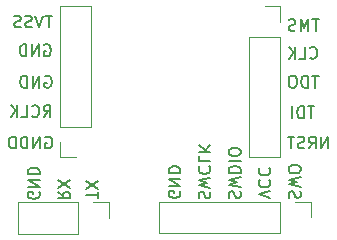
<source format=gbr>
%TF.GenerationSoftware,KiCad,Pcbnew,7.0.8-7.0.8~ubuntu22.04.1*%
%TF.CreationDate,2023-10-12T06:29:20+02:00*%
%TF.ProjectId,st_adap,73745f61-6461-4702-9e6b-696361645f70,rev?*%
%TF.SameCoordinates,Original*%
%TF.FileFunction,Legend,Bot*%
%TF.FilePolarity,Positive*%
%FSLAX46Y46*%
G04 Gerber Fmt 4.6, Leading zero omitted, Abs format (unit mm)*
G04 Created by KiCad (PCBNEW 7.0.8-7.0.8~ubuntu22.04.1) date 2023-10-12 06:29:20*
%MOMM*%
%LPD*%
G01*
G04 APERTURE LIST*
%ADD10C,0.153000*%
%ADD11C,0.120000*%
G04 APERTURE END LIST*
D10*
X213002956Y-112933866D02*
X212955336Y-112791009D01*
X212955336Y-112791009D02*
X212955336Y-112552914D01*
X212955336Y-112552914D02*
X213002956Y-112457676D01*
X213002956Y-112457676D02*
X213050575Y-112410057D01*
X213050575Y-112410057D02*
X213145813Y-112362438D01*
X213145813Y-112362438D02*
X213241051Y-112362438D01*
X213241051Y-112362438D02*
X213336289Y-112410057D01*
X213336289Y-112410057D02*
X213383908Y-112457676D01*
X213383908Y-112457676D02*
X213431527Y-112552914D01*
X213431527Y-112552914D02*
X213479146Y-112743390D01*
X213479146Y-112743390D02*
X213526765Y-112838628D01*
X213526765Y-112838628D02*
X213574384Y-112886247D01*
X213574384Y-112886247D02*
X213669622Y-112933866D01*
X213669622Y-112933866D02*
X213764860Y-112933866D01*
X213764860Y-112933866D02*
X213860098Y-112886247D01*
X213860098Y-112886247D02*
X213907717Y-112838628D01*
X213907717Y-112838628D02*
X213955336Y-112743390D01*
X213955336Y-112743390D02*
X213955336Y-112505295D01*
X213955336Y-112505295D02*
X213907717Y-112362438D01*
X213955336Y-112029104D02*
X212955336Y-111791009D01*
X212955336Y-111791009D02*
X213669622Y-111600533D01*
X213669622Y-111600533D02*
X212955336Y-111410057D01*
X212955336Y-111410057D02*
X213955336Y-111171962D01*
X212955336Y-110791009D02*
X213955336Y-110791009D01*
X213955336Y-110791009D02*
X213955336Y-110552914D01*
X213955336Y-110552914D02*
X213907717Y-110410057D01*
X213907717Y-110410057D02*
X213812479Y-110314819D01*
X213812479Y-110314819D02*
X213717241Y-110267200D01*
X213717241Y-110267200D02*
X213526765Y-110219581D01*
X213526765Y-110219581D02*
X213383908Y-110219581D01*
X213383908Y-110219581D02*
X213193432Y-110267200D01*
X213193432Y-110267200D02*
X213098194Y-110314819D01*
X213098194Y-110314819D02*
X213002956Y-110410057D01*
X213002956Y-110410057D02*
X212955336Y-110552914D01*
X212955336Y-110552914D02*
X212955336Y-110791009D01*
X212955336Y-109791009D02*
X213955336Y-109791009D01*
X213955336Y-109124343D02*
X213955336Y-108933867D01*
X213955336Y-108933867D02*
X213907717Y-108838629D01*
X213907717Y-108838629D02*
X213812479Y-108743391D01*
X213812479Y-108743391D02*
X213622003Y-108695772D01*
X213622003Y-108695772D02*
X213288670Y-108695772D01*
X213288670Y-108695772D02*
X213098194Y-108743391D01*
X213098194Y-108743391D02*
X213002956Y-108838629D01*
X213002956Y-108838629D02*
X212955336Y-108933867D01*
X212955336Y-108933867D02*
X212955336Y-109124343D01*
X212955336Y-109124343D02*
X213002956Y-109219581D01*
X213002956Y-109219581D02*
X213098194Y-109314819D01*
X213098194Y-109314819D02*
X213288670Y-109362438D01*
X213288670Y-109362438D02*
X213622003Y-109362438D01*
X213622003Y-109362438D02*
X213812479Y-109314819D01*
X213812479Y-109314819D02*
X213907717Y-109219581D01*
X213907717Y-109219581D02*
X213955336Y-109124343D01*
X197437438Y-107767282D02*
X197532676Y-107719663D01*
X197532676Y-107719663D02*
X197675533Y-107719663D01*
X197675533Y-107719663D02*
X197818390Y-107767282D01*
X197818390Y-107767282D02*
X197913628Y-107862520D01*
X197913628Y-107862520D02*
X197961247Y-107957758D01*
X197961247Y-107957758D02*
X198008866Y-108148234D01*
X198008866Y-108148234D02*
X198008866Y-108291091D01*
X198008866Y-108291091D02*
X197961247Y-108481567D01*
X197961247Y-108481567D02*
X197913628Y-108576805D01*
X197913628Y-108576805D02*
X197818390Y-108672044D01*
X197818390Y-108672044D02*
X197675533Y-108719663D01*
X197675533Y-108719663D02*
X197580295Y-108719663D01*
X197580295Y-108719663D02*
X197437438Y-108672044D01*
X197437438Y-108672044D02*
X197389819Y-108624424D01*
X197389819Y-108624424D02*
X197389819Y-108291091D01*
X197389819Y-108291091D02*
X197580295Y-108291091D01*
X196961247Y-108719663D02*
X196961247Y-107719663D01*
X196961247Y-107719663D02*
X196389819Y-108719663D01*
X196389819Y-108719663D02*
X196389819Y-107719663D01*
X195913628Y-108719663D02*
X195913628Y-107719663D01*
X195913628Y-107719663D02*
X195675533Y-107719663D01*
X195675533Y-107719663D02*
X195532676Y-107767282D01*
X195532676Y-107767282D02*
X195437438Y-107862520D01*
X195437438Y-107862520D02*
X195389819Y-107957758D01*
X195389819Y-107957758D02*
X195342200Y-108148234D01*
X195342200Y-108148234D02*
X195342200Y-108291091D01*
X195342200Y-108291091D02*
X195389819Y-108481567D01*
X195389819Y-108481567D02*
X195437438Y-108576805D01*
X195437438Y-108576805D02*
X195532676Y-108672044D01*
X195532676Y-108672044D02*
X195675533Y-108719663D01*
X195675533Y-108719663D02*
X195913628Y-108719663D01*
X194913628Y-108719663D02*
X194913628Y-107719663D01*
X194913628Y-107719663D02*
X194675533Y-107719663D01*
X194675533Y-107719663D02*
X194532676Y-107767282D01*
X194532676Y-107767282D02*
X194437438Y-107862520D01*
X194437438Y-107862520D02*
X194389819Y-107957758D01*
X194389819Y-107957758D02*
X194342200Y-108148234D01*
X194342200Y-108148234D02*
X194342200Y-108291091D01*
X194342200Y-108291091D02*
X194389819Y-108481567D01*
X194389819Y-108481567D02*
X194437438Y-108576805D01*
X194437438Y-108576805D02*
X194532676Y-108672044D01*
X194532676Y-108672044D02*
X194675533Y-108719663D01*
X194675533Y-108719663D02*
X194913628Y-108719663D01*
X220204104Y-105169663D02*
X219632676Y-105169663D01*
X219918390Y-106169663D02*
X219918390Y-105169663D01*
X219299342Y-106169663D02*
X219299342Y-105169663D01*
X219299342Y-105169663D02*
X219061247Y-105169663D01*
X219061247Y-105169663D02*
X218918390Y-105217282D01*
X218918390Y-105217282D02*
X218823152Y-105312520D01*
X218823152Y-105312520D02*
X218775533Y-105407758D01*
X218775533Y-105407758D02*
X218727914Y-105598234D01*
X218727914Y-105598234D02*
X218727914Y-105741091D01*
X218727914Y-105741091D02*
X218775533Y-105931567D01*
X218775533Y-105931567D02*
X218823152Y-106026805D01*
X218823152Y-106026805D02*
X218918390Y-106122044D01*
X218918390Y-106122044D02*
X219061247Y-106169663D01*
X219061247Y-106169663D02*
X219299342Y-106169663D01*
X218299342Y-106169663D02*
X218299342Y-105169663D01*
X198480336Y-112389819D02*
X198956527Y-112723152D01*
X198480336Y-112961247D02*
X199480336Y-112961247D01*
X199480336Y-112961247D02*
X199480336Y-112580295D01*
X199480336Y-112580295D02*
X199432717Y-112485057D01*
X199432717Y-112485057D02*
X199385098Y-112437438D01*
X199385098Y-112437438D02*
X199289860Y-112389819D01*
X199289860Y-112389819D02*
X199147003Y-112389819D01*
X199147003Y-112389819D02*
X199051765Y-112437438D01*
X199051765Y-112437438D02*
X199004146Y-112485057D01*
X199004146Y-112485057D02*
X198956527Y-112580295D01*
X198956527Y-112580295D02*
X198956527Y-112961247D01*
X199480336Y-112056485D02*
X198480336Y-111389819D01*
X199480336Y-111389819D02*
X198480336Y-112056485D01*
X216480336Y-112954104D02*
X215480336Y-112620771D01*
X215480336Y-112620771D02*
X216480336Y-112287438D01*
X215575575Y-111382676D02*
X215527956Y-111430295D01*
X215527956Y-111430295D02*
X215480336Y-111573152D01*
X215480336Y-111573152D02*
X215480336Y-111668390D01*
X215480336Y-111668390D02*
X215527956Y-111811247D01*
X215527956Y-111811247D02*
X215623194Y-111906485D01*
X215623194Y-111906485D02*
X215718432Y-111954104D01*
X215718432Y-111954104D02*
X215908908Y-112001723D01*
X215908908Y-112001723D02*
X216051765Y-112001723D01*
X216051765Y-112001723D02*
X216242241Y-111954104D01*
X216242241Y-111954104D02*
X216337479Y-111906485D01*
X216337479Y-111906485D02*
X216432717Y-111811247D01*
X216432717Y-111811247D02*
X216480336Y-111668390D01*
X216480336Y-111668390D02*
X216480336Y-111573152D01*
X216480336Y-111573152D02*
X216432717Y-111430295D01*
X216432717Y-111430295D02*
X216385098Y-111382676D01*
X215575575Y-110382676D02*
X215527956Y-110430295D01*
X215527956Y-110430295D02*
X215480336Y-110573152D01*
X215480336Y-110573152D02*
X215480336Y-110668390D01*
X215480336Y-110668390D02*
X215527956Y-110811247D01*
X215527956Y-110811247D02*
X215623194Y-110906485D01*
X215623194Y-110906485D02*
X215718432Y-110954104D01*
X215718432Y-110954104D02*
X215908908Y-111001723D01*
X215908908Y-111001723D02*
X216051765Y-111001723D01*
X216051765Y-111001723D02*
X216242241Y-110954104D01*
X216242241Y-110954104D02*
X216337479Y-110906485D01*
X216337479Y-110906485D02*
X216432717Y-110811247D01*
X216432717Y-110811247D02*
X216480336Y-110668390D01*
X216480336Y-110668390D02*
X216480336Y-110573152D01*
X216480336Y-110573152D02*
X216432717Y-110430295D01*
X216432717Y-110430295D02*
X216385098Y-110382676D01*
X220604104Y-97769663D02*
X220032676Y-97769663D01*
X220318390Y-98769663D02*
X220318390Y-97769663D01*
X219699342Y-98769663D02*
X219699342Y-97769663D01*
X219699342Y-97769663D02*
X219366009Y-98483948D01*
X219366009Y-98483948D02*
X219032676Y-97769663D01*
X219032676Y-97769663D02*
X219032676Y-98769663D01*
X218604104Y-98722044D02*
X218461247Y-98769663D01*
X218461247Y-98769663D02*
X218223152Y-98769663D01*
X218223152Y-98769663D02*
X218127914Y-98722044D01*
X218127914Y-98722044D02*
X218080295Y-98674424D01*
X218080295Y-98674424D02*
X218032676Y-98579186D01*
X218032676Y-98579186D02*
X218032676Y-98483948D01*
X218032676Y-98483948D02*
X218080295Y-98388710D01*
X218080295Y-98388710D02*
X218127914Y-98341091D01*
X218127914Y-98341091D02*
X218223152Y-98293472D01*
X218223152Y-98293472D02*
X218413628Y-98245853D01*
X218413628Y-98245853D02*
X218508866Y-98198234D01*
X218508866Y-98198234D02*
X218556485Y-98150615D01*
X218556485Y-98150615D02*
X218604104Y-98055377D01*
X218604104Y-98055377D02*
X218604104Y-97960139D01*
X218604104Y-97960139D02*
X218556485Y-97864901D01*
X218556485Y-97864901D02*
X218508866Y-97817282D01*
X218508866Y-97817282D02*
X218413628Y-97769663D01*
X218413628Y-97769663D02*
X218175533Y-97769663D01*
X218175533Y-97769663D02*
X218032676Y-97817282D01*
X198004104Y-97469663D02*
X197432676Y-97469663D01*
X197718390Y-98469663D02*
X197718390Y-97469663D01*
X197242199Y-97469663D02*
X196908866Y-98469663D01*
X196908866Y-98469663D02*
X196575533Y-97469663D01*
X196289818Y-98422044D02*
X196146961Y-98469663D01*
X196146961Y-98469663D02*
X195908866Y-98469663D01*
X195908866Y-98469663D02*
X195813628Y-98422044D01*
X195813628Y-98422044D02*
X195766009Y-98374424D01*
X195766009Y-98374424D02*
X195718390Y-98279186D01*
X195718390Y-98279186D02*
X195718390Y-98183948D01*
X195718390Y-98183948D02*
X195766009Y-98088710D01*
X195766009Y-98088710D02*
X195813628Y-98041091D01*
X195813628Y-98041091D02*
X195908866Y-97993472D01*
X195908866Y-97993472D02*
X196099342Y-97945853D01*
X196099342Y-97945853D02*
X196194580Y-97898234D01*
X196194580Y-97898234D02*
X196242199Y-97850615D01*
X196242199Y-97850615D02*
X196289818Y-97755377D01*
X196289818Y-97755377D02*
X196289818Y-97660139D01*
X196289818Y-97660139D02*
X196242199Y-97564901D01*
X196242199Y-97564901D02*
X196194580Y-97517282D01*
X196194580Y-97517282D02*
X196099342Y-97469663D01*
X196099342Y-97469663D02*
X195861247Y-97469663D01*
X195861247Y-97469663D02*
X195718390Y-97517282D01*
X195337437Y-98422044D02*
X195194580Y-98469663D01*
X195194580Y-98469663D02*
X194956485Y-98469663D01*
X194956485Y-98469663D02*
X194861247Y-98422044D01*
X194861247Y-98422044D02*
X194813628Y-98374424D01*
X194813628Y-98374424D02*
X194766009Y-98279186D01*
X194766009Y-98279186D02*
X194766009Y-98183948D01*
X194766009Y-98183948D02*
X194813628Y-98088710D01*
X194813628Y-98088710D02*
X194861247Y-98041091D01*
X194861247Y-98041091D02*
X194956485Y-97993472D01*
X194956485Y-97993472D02*
X195146961Y-97945853D01*
X195146961Y-97945853D02*
X195242199Y-97898234D01*
X195242199Y-97898234D02*
X195289818Y-97850615D01*
X195289818Y-97850615D02*
X195337437Y-97755377D01*
X195337437Y-97755377D02*
X195337437Y-97660139D01*
X195337437Y-97660139D02*
X195289818Y-97564901D01*
X195289818Y-97564901D02*
X195242199Y-97517282D01*
X195242199Y-97517282D02*
X195146961Y-97469663D01*
X195146961Y-97469663D02*
X194908866Y-97469663D01*
X194908866Y-97469663D02*
X194766009Y-97517282D01*
X197337438Y-99967282D02*
X197432676Y-99919663D01*
X197432676Y-99919663D02*
X197575533Y-99919663D01*
X197575533Y-99919663D02*
X197718390Y-99967282D01*
X197718390Y-99967282D02*
X197813628Y-100062520D01*
X197813628Y-100062520D02*
X197861247Y-100157758D01*
X197861247Y-100157758D02*
X197908866Y-100348234D01*
X197908866Y-100348234D02*
X197908866Y-100491091D01*
X197908866Y-100491091D02*
X197861247Y-100681567D01*
X197861247Y-100681567D02*
X197813628Y-100776805D01*
X197813628Y-100776805D02*
X197718390Y-100872044D01*
X197718390Y-100872044D02*
X197575533Y-100919663D01*
X197575533Y-100919663D02*
X197480295Y-100919663D01*
X197480295Y-100919663D02*
X197337438Y-100872044D01*
X197337438Y-100872044D02*
X197289819Y-100824424D01*
X197289819Y-100824424D02*
X197289819Y-100491091D01*
X197289819Y-100491091D02*
X197480295Y-100491091D01*
X196861247Y-100919663D02*
X196861247Y-99919663D01*
X196861247Y-99919663D02*
X196289819Y-100919663D01*
X196289819Y-100919663D02*
X196289819Y-99919663D01*
X195813628Y-100919663D02*
X195813628Y-99919663D01*
X195813628Y-99919663D02*
X195575533Y-99919663D01*
X195575533Y-99919663D02*
X195432676Y-99967282D01*
X195432676Y-99967282D02*
X195337438Y-100062520D01*
X195337438Y-100062520D02*
X195289819Y-100157758D01*
X195289819Y-100157758D02*
X195242200Y-100348234D01*
X195242200Y-100348234D02*
X195242200Y-100491091D01*
X195242200Y-100491091D02*
X195289819Y-100681567D01*
X195289819Y-100681567D02*
X195337438Y-100776805D01*
X195337438Y-100776805D02*
X195432676Y-100872044D01*
X195432676Y-100872044D02*
X195575533Y-100919663D01*
X195575533Y-100919663D02*
X195813628Y-100919663D01*
X208807717Y-112337438D02*
X208855336Y-112432676D01*
X208855336Y-112432676D02*
X208855336Y-112575533D01*
X208855336Y-112575533D02*
X208807717Y-112718390D01*
X208807717Y-112718390D02*
X208712479Y-112813628D01*
X208712479Y-112813628D02*
X208617241Y-112861247D01*
X208617241Y-112861247D02*
X208426765Y-112908866D01*
X208426765Y-112908866D02*
X208283908Y-112908866D01*
X208283908Y-112908866D02*
X208093432Y-112861247D01*
X208093432Y-112861247D02*
X207998194Y-112813628D01*
X207998194Y-112813628D02*
X207902956Y-112718390D01*
X207902956Y-112718390D02*
X207855336Y-112575533D01*
X207855336Y-112575533D02*
X207855336Y-112480295D01*
X207855336Y-112480295D02*
X207902956Y-112337438D01*
X207902956Y-112337438D02*
X207950575Y-112289819D01*
X207950575Y-112289819D02*
X208283908Y-112289819D01*
X208283908Y-112289819D02*
X208283908Y-112480295D01*
X207855336Y-111861247D02*
X208855336Y-111861247D01*
X208855336Y-111861247D02*
X207855336Y-111289819D01*
X207855336Y-111289819D02*
X208855336Y-111289819D01*
X207855336Y-110813628D02*
X208855336Y-110813628D01*
X208855336Y-110813628D02*
X208855336Y-110575533D01*
X208855336Y-110575533D02*
X208807717Y-110432676D01*
X208807717Y-110432676D02*
X208712479Y-110337438D01*
X208712479Y-110337438D02*
X208617241Y-110289819D01*
X208617241Y-110289819D02*
X208426765Y-110242200D01*
X208426765Y-110242200D02*
X208283908Y-110242200D01*
X208283908Y-110242200D02*
X208093432Y-110289819D01*
X208093432Y-110289819D02*
X207998194Y-110337438D01*
X207998194Y-110337438D02*
X207902956Y-110432676D01*
X207902956Y-110432676D02*
X207855336Y-110575533D01*
X207855336Y-110575533D02*
X207855336Y-110813628D01*
X197387438Y-102617282D02*
X197482676Y-102569663D01*
X197482676Y-102569663D02*
X197625533Y-102569663D01*
X197625533Y-102569663D02*
X197768390Y-102617282D01*
X197768390Y-102617282D02*
X197863628Y-102712520D01*
X197863628Y-102712520D02*
X197911247Y-102807758D01*
X197911247Y-102807758D02*
X197958866Y-102998234D01*
X197958866Y-102998234D02*
X197958866Y-103141091D01*
X197958866Y-103141091D02*
X197911247Y-103331567D01*
X197911247Y-103331567D02*
X197863628Y-103426805D01*
X197863628Y-103426805D02*
X197768390Y-103522044D01*
X197768390Y-103522044D02*
X197625533Y-103569663D01*
X197625533Y-103569663D02*
X197530295Y-103569663D01*
X197530295Y-103569663D02*
X197387438Y-103522044D01*
X197387438Y-103522044D02*
X197339819Y-103474424D01*
X197339819Y-103474424D02*
X197339819Y-103141091D01*
X197339819Y-103141091D02*
X197530295Y-103141091D01*
X196911247Y-103569663D02*
X196911247Y-102569663D01*
X196911247Y-102569663D02*
X196339819Y-103569663D01*
X196339819Y-103569663D02*
X196339819Y-102569663D01*
X195863628Y-103569663D02*
X195863628Y-102569663D01*
X195863628Y-102569663D02*
X195625533Y-102569663D01*
X195625533Y-102569663D02*
X195482676Y-102617282D01*
X195482676Y-102617282D02*
X195387438Y-102712520D01*
X195387438Y-102712520D02*
X195339819Y-102807758D01*
X195339819Y-102807758D02*
X195292200Y-102998234D01*
X195292200Y-102998234D02*
X195292200Y-103141091D01*
X195292200Y-103141091D02*
X195339819Y-103331567D01*
X195339819Y-103331567D02*
X195387438Y-103426805D01*
X195387438Y-103426805D02*
X195482676Y-103522044D01*
X195482676Y-103522044D02*
X195625533Y-103569663D01*
X195625533Y-103569663D02*
X195863628Y-103569663D01*
X218077956Y-112908866D02*
X218030336Y-112766009D01*
X218030336Y-112766009D02*
X218030336Y-112527914D01*
X218030336Y-112527914D02*
X218077956Y-112432676D01*
X218077956Y-112432676D02*
X218125575Y-112385057D01*
X218125575Y-112385057D02*
X218220813Y-112337438D01*
X218220813Y-112337438D02*
X218316051Y-112337438D01*
X218316051Y-112337438D02*
X218411289Y-112385057D01*
X218411289Y-112385057D02*
X218458908Y-112432676D01*
X218458908Y-112432676D02*
X218506527Y-112527914D01*
X218506527Y-112527914D02*
X218554146Y-112718390D01*
X218554146Y-112718390D02*
X218601765Y-112813628D01*
X218601765Y-112813628D02*
X218649384Y-112861247D01*
X218649384Y-112861247D02*
X218744622Y-112908866D01*
X218744622Y-112908866D02*
X218839860Y-112908866D01*
X218839860Y-112908866D02*
X218935098Y-112861247D01*
X218935098Y-112861247D02*
X218982717Y-112813628D01*
X218982717Y-112813628D02*
X219030336Y-112718390D01*
X219030336Y-112718390D02*
X219030336Y-112480295D01*
X219030336Y-112480295D02*
X218982717Y-112337438D01*
X219030336Y-112004104D02*
X218030336Y-111766009D01*
X218030336Y-111766009D02*
X218744622Y-111575533D01*
X218744622Y-111575533D02*
X218030336Y-111385057D01*
X218030336Y-111385057D02*
X219030336Y-111146962D01*
X219030336Y-110575533D02*
X219030336Y-110385057D01*
X219030336Y-110385057D02*
X218982717Y-110289819D01*
X218982717Y-110289819D02*
X218887479Y-110194581D01*
X218887479Y-110194581D02*
X218697003Y-110146962D01*
X218697003Y-110146962D02*
X218363670Y-110146962D01*
X218363670Y-110146962D02*
X218173194Y-110194581D01*
X218173194Y-110194581D02*
X218077956Y-110289819D01*
X218077956Y-110289819D02*
X218030336Y-110385057D01*
X218030336Y-110385057D02*
X218030336Y-110575533D01*
X218030336Y-110575533D02*
X218077956Y-110670771D01*
X218077956Y-110670771D02*
X218173194Y-110766009D01*
X218173194Y-110766009D02*
X218363670Y-110813628D01*
X218363670Y-110813628D02*
X218697003Y-110813628D01*
X218697003Y-110813628D02*
X218887479Y-110766009D01*
X218887479Y-110766009D02*
X218982717Y-110670771D01*
X218982717Y-110670771D02*
X219030336Y-110575533D01*
X201880336Y-112954104D02*
X201880336Y-112382676D01*
X200880336Y-112668390D02*
X201880336Y-112668390D01*
X201880336Y-112144580D02*
X200880336Y-111477914D01*
X201880336Y-111477914D02*
X200880336Y-112144580D01*
X221361247Y-108719663D02*
X221361247Y-107719663D01*
X221361247Y-107719663D02*
X220789819Y-108719663D01*
X220789819Y-108719663D02*
X220789819Y-107719663D01*
X219742200Y-108719663D02*
X220075533Y-108243472D01*
X220313628Y-108719663D02*
X220313628Y-107719663D01*
X220313628Y-107719663D02*
X219932676Y-107719663D01*
X219932676Y-107719663D02*
X219837438Y-107767282D01*
X219837438Y-107767282D02*
X219789819Y-107814901D01*
X219789819Y-107814901D02*
X219742200Y-107910139D01*
X219742200Y-107910139D02*
X219742200Y-108052996D01*
X219742200Y-108052996D02*
X219789819Y-108148234D01*
X219789819Y-108148234D02*
X219837438Y-108195853D01*
X219837438Y-108195853D02*
X219932676Y-108243472D01*
X219932676Y-108243472D02*
X220313628Y-108243472D01*
X219361247Y-108672044D02*
X219218390Y-108719663D01*
X219218390Y-108719663D02*
X218980295Y-108719663D01*
X218980295Y-108719663D02*
X218885057Y-108672044D01*
X218885057Y-108672044D02*
X218837438Y-108624424D01*
X218837438Y-108624424D02*
X218789819Y-108529186D01*
X218789819Y-108529186D02*
X218789819Y-108433948D01*
X218789819Y-108433948D02*
X218837438Y-108338710D01*
X218837438Y-108338710D02*
X218885057Y-108291091D01*
X218885057Y-108291091D02*
X218980295Y-108243472D01*
X218980295Y-108243472D02*
X219170771Y-108195853D01*
X219170771Y-108195853D02*
X219266009Y-108148234D01*
X219266009Y-108148234D02*
X219313628Y-108100615D01*
X219313628Y-108100615D02*
X219361247Y-108005377D01*
X219361247Y-108005377D02*
X219361247Y-107910139D01*
X219361247Y-107910139D02*
X219313628Y-107814901D01*
X219313628Y-107814901D02*
X219266009Y-107767282D01*
X219266009Y-107767282D02*
X219170771Y-107719663D01*
X219170771Y-107719663D02*
X218932676Y-107719663D01*
X218932676Y-107719663D02*
X218789819Y-107767282D01*
X218504104Y-107719663D02*
X217932676Y-107719663D01*
X218218390Y-108719663D02*
X218218390Y-107719663D01*
X219839819Y-101024424D02*
X219887438Y-101072044D01*
X219887438Y-101072044D02*
X220030295Y-101119663D01*
X220030295Y-101119663D02*
X220125533Y-101119663D01*
X220125533Y-101119663D02*
X220268390Y-101072044D01*
X220268390Y-101072044D02*
X220363628Y-100976805D01*
X220363628Y-100976805D02*
X220411247Y-100881567D01*
X220411247Y-100881567D02*
X220458866Y-100691091D01*
X220458866Y-100691091D02*
X220458866Y-100548234D01*
X220458866Y-100548234D02*
X220411247Y-100357758D01*
X220411247Y-100357758D02*
X220363628Y-100262520D01*
X220363628Y-100262520D02*
X220268390Y-100167282D01*
X220268390Y-100167282D02*
X220125533Y-100119663D01*
X220125533Y-100119663D02*
X220030295Y-100119663D01*
X220030295Y-100119663D02*
X219887438Y-100167282D01*
X219887438Y-100167282D02*
X219839819Y-100214901D01*
X218935057Y-101119663D02*
X219411247Y-101119663D01*
X219411247Y-101119663D02*
X219411247Y-100119663D01*
X218601723Y-101119663D02*
X218601723Y-100119663D01*
X218030295Y-101119663D02*
X218458866Y-100548234D01*
X218030295Y-100119663D02*
X218601723Y-100691091D01*
X196882717Y-112437438D02*
X196930336Y-112532676D01*
X196930336Y-112532676D02*
X196930336Y-112675533D01*
X196930336Y-112675533D02*
X196882717Y-112818390D01*
X196882717Y-112818390D02*
X196787479Y-112913628D01*
X196787479Y-112913628D02*
X196692241Y-112961247D01*
X196692241Y-112961247D02*
X196501765Y-113008866D01*
X196501765Y-113008866D02*
X196358908Y-113008866D01*
X196358908Y-113008866D02*
X196168432Y-112961247D01*
X196168432Y-112961247D02*
X196073194Y-112913628D01*
X196073194Y-112913628D02*
X195977956Y-112818390D01*
X195977956Y-112818390D02*
X195930336Y-112675533D01*
X195930336Y-112675533D02*
X195930336Y-112580295D01*
X195930336Y-112580295D02*
X195977956Y-112437438D01*
X195977956Y-112437438D02*
X196025575Y-112389819D01*
X196025575Y-112389819D02*
X196358908Y-112389819D01*
X196358908Y-112389819D02*
X196358908Y-112580295D01*
X195930336Y-111961247D02*
X196930336Y-111961247D01*
X196930336Y-111961247D02*
X195930336Y-111389819D01*
X195930336Y-111389819D02*
X196930336Y-111389819D01*
X195930336Y-110913628D02*
X196930336Y-110913628D01*
X196930336Y-110913628D02*
X196930336Y-110675533D01*
X196930336Y-110675533D02*
X196882717Y-110532676D01*
X196882717Y-110532676D02*
X196787479Y-110437438D01*
X196787479Y-110437438D02*
X196692241Y-110389819D01*
X196692241Y-110389819D02*
X196501765Y-110342200D01*
X196501765Y-110342200D02*
X196358908Y-110342200D01*
X196358908Y-110342200D02*
X196168432Y-110389819D01*
X196168432Y-110389819D02*
X196073194Y-110437438D01*
X196073194Y-110437438D02*
X195977956Y-110532676D01*
X195977956Y-110532676D02*
X195930336Y-110675533D01*
X195930336Y-110675533D02*
X195930336Y-110913628D01*
X197289819Y-106069663D02*
X197623152Y-105593472D01*
X197861247Y-106069663D02*
X197861247Y-105069663D01*
X197861247Y-105069663D02*
X197480295Y-105069663D01*
X197480295Y-105069663D02*
X197385057Y-105117282D01*
X197385057Y-105117282D02*
X197337438Y-105164901D01*
X197337438Y-105164901D02*
X197289819Y-105260139D01*
X197289819Y-105260139D02*
X197289819Y-105402996D01*
X197289819Y-105402996D02*
X197337438Y-105498234D01*
X197337438Y-105498234D02*
X197385057Y-105545853D01*
X197385057Y-105545853D02*
X197480295Y-105593472D01*
X197480295Y-105593472D02*
X197861247Y-105593472D01*
X196289819Y-105974424D02*
X196337438Y-106022044D01*
X196337438Y-106022044D02*
X196480295Y-106069663D01*
X196480295Y-106069663D02*
X196575533Y-106069663D01*
X196575533Y-106069663D02*
X196718390Y-106022044D01*
X196718390Y-106022044D02*
X196813628Y-105926805D01*
X196813628Y-105926805D02*
X196861247Y-105831567D01*
X196861247Y-105831567D02*
X196908866Y-105641091D01*
X196908866Y-105641091D02*
X196908866Y-105498234D01*
X196908866Y-105498234D02*
X196861247Y-105307758D01*
X196861247Y-105307758D02*
X196813628Y-105212520D01*
X196813628Y-105212520D02*
X196718390Y-105117282D01*
X196718390Y-105117282D02*
X196575533Y-105069663D01*
X196575533Y-105069663D02*
X196480295Y-105069663D01*
X196480295Y-105069663D02*
X196337438Y-105117282D01*
X196337438Y-105117282D02*
X196289819Y-105164901D01*
X195385057Y-106069663D02*
X195861247Y-106069663D01*
X195861247Y-106069663D02*
X195861247Y-105069663D01*
X195051723Y-106069663D02*
X195051723Y-105069663D01*
X194480295Y-106069663D02*
X194908866Y-105498234D01*
X194480295Y-105069663D02*
X195051723Y-105641091D01*
X220554104Y-102569663D02*
X219982676Y-102569663D01*
X220268390Y-103569663D02*
X220268390Y-102569663D01*
X219649342Y-103569663D02*
X219649342Y-102569663D01*
X219649342Y-102569663D02*
X219411247Y-102569663D01*
X219411247Y-102569663D02*
X219268390Y-102617282D01*
X219268390Y-102617282D02*
X219173152Y-102712520D01*
X219173152Y-102712520D02*
X219125533Y-102807758D01*
X219125533Y-102807758D02*
X219077914Y-102998234D01*
X219077914Y-102998234D02*
X219077914Y-103141091D01*
X219077914Y-103141091D02*
X219125533Y-103331567D01*
X219125533Y-103331567D02*
X219173152Y-103426805D01*
X219173152Y-103426805D02*
X219268390Y-103522044D01*
X219268390Y-103522044D02*
X219411247Y-103569663D01*
X219411247Y-103569663D02*
X219649342Y-103569663D01*
X218458866Y-102569663D02*
X218268390Y-102569663D01*
X218268390Y-102569663D02*
X218173152Y-102617282D01*
X218173152Y-102617282D02*
X218077914Y-102712520D01*
X218077914Y-102712520D02*
X218030295Y-102902996D01*
X218030295Y-102902996D02*
X218030295Y-103236329D01*
X218030295Y-103236329D02*
X218077914Y-103426805D01*
X218077914Y-103426805D02*
X218173152Y-103522044D01*
X218173152Y-103522044D02*
X218268390Y-103569663D01*
X218268390Y-103569663D02*
X218458866Y-103569663D01*
X218458866Y-103569663D02*
X218554104Y-103522044D01*
X218554104Y-103522044D02*
X218649342Y-103426805D01*
X218649342Y-103426805D02*
X218696961Y-103236329D01*
X218696961Y-103236329D02*
X218696961Y-102902996D01*
X218696961Y-102902996D02*
X218649342Y-102712520D01*
X218649342Y-102712520D02*
X218554104Y-102617282D01*
X218554104Y-102617282D02*
X218458866Y-102569663D01*
X210452956Y-112958866D02*
X210405336Y-112816009D01*
X210405336Y-112816009D02*
X210405336Y-112577914D01*
X210405336Y-112577914D02*
X210452956Y-112482676D01*
X210452956Y-112482676D02*
X210500575Y-112435057D01*
X210500575Y-112435057D02*
X210595813Y-112387438D01*
X210595813Y-112387438D02*
X210691051Y-112387438D01*
X210691051Y-112387438D02*
X210786289Y-112435057D01*
X210786289Y-112435057D02*
X210833908Y-112482676D01*
X210833908Y-112482676D02*
X210881527Y-112577914D01*
X210881527Y-112577914D02*
X210929146Y-112768390D01*
X210929146Y-112768390D02*
X210976765Y-112863628D01*
X210976765Y-112863628D02*
X211024384Y-112911247D01*
X211024384Y-112911247D02*
X211119622Y-112958866D01*
X211119622Y-112958866D02*
X211214860Y-112958866D01*
X211214860Y-112958866D02*
X211310098Y-112911247D01*
X211310098Y-112911247D02*
X211357717Y-112863628D01*
X211357717Y-112863628D02*
X211405336Y-112768390D01*
X211405336Y-112768390D02*
X211405336Y-112530295D01*
X211405336Y-112530295D02*
X211357717Y-112387438D01*
X211405336Y-112054104D02*
X210405336Y-111816009D01*
X210405336Y-111816009D02*
X211119622Y-111625533D01*
X211119622Y-111625533D02*
X210405336Y-111435057D01*
X210405336Y-111435057D02*
X211405336Y-111196962D01*
X210500575Y-110244581D02*
X210452956Y-110292200D01*
X210452956Y-110292200D02*
X210405336Y-110435057D01*
X210405336Y-110435057D02*
X210405336Y-110530295D01*
X210405336Y-110530295D02*
X210452956Y-110673152D01*
X210452956Y-110673152D02*
X210548194Y-110768390D01*
X210548194Y-110768390D02*
X210643432Y-110816009D01*
X210643432Y-110816009D02*
X210833908Y-110863628D01*
X210833908Y-110863628D02*
X210976765Y-110863628D01*
X210976765Y-110863628D02*
X211167241Y-110816009D01*
X211167241Y-110816009D02*
X211262479Y-110768390D01*
X211262479Y-110768390D02*
X211357717Y-110673152D01*
X211357717Y-110673152D02*
X211405336Y-110530295D01*
X211405336Y-110530295D02*
X211405336Y-110435057D01*
X211405336Y-110435057D02*
X211357717Y-110292200D01*
X211357717Y-110292200D02*
X211310098Y-110244581D01*
X210405336Y-109339819D02*
X210405336Y-109816009D01*
X210405336Y-109816009D02*
X211405336Y-109816009D01*
X210405336Y-109006485D02*
X211405336Y-109006485D01*
X210405336Y-108435057D02*
X210976765Y-108863628D01*
X211405336Y-108435057D02*
X210833908Y-109006485D01*
D11*
%TO.C,J5*%
X195070000Y-115930000D02*
X195070000Y-113270000D01*
X200210000Y-115930000D02*
X195070000Y-115930000D01*
X200210000Y-115930000D02*
X200210000Y-113270000D01*
X202810000Y-114600000D02*
X202810000Y-113270000D01*
X200210000Y-113270000D02*
X195070000Y-113270000D01*
X202810000Y-113270000D02*
X201480000Y-113270000D01*
%TO.C,J2*%
X217330000Y-109490000D02*
X214670000Y-109490000D01*
X217330000Y-99270000D02*
X217330000Y-109490000D01*
X217330000Y-99270000D02*
X214670000Y-99270000D01*
X217330000Y-98000000D02*
X217330000Y-96670000D01*
X217330000Y-96670000D02*
X216000000Y-96670000D01*
X214670000Y-99270000D02*
X214670000Y-109490000D01*
%TO.C,J4*%
X207060000Y-115880000D02*
X207060000Y-113220000D01*
X217280000Y-115880000D02*
X207060000Y-115880000D01*
X217280000Y-115880000D02*
X217280000Y-113220000D01*
X219880000Y-114550000D02*
X219880000Y-113220000D01*
X217280000Y-113220000D02*
X207060000Y-113220000D01*
X219880000Y-113220000D02*
X218550000Y-113220000D01*
%TO.C,J3*%
X198670000Y-96670000D02*
X201330000Y-96670000D01*
X198670000Y-106890000D02*
X198670000Y-96670000D01*
X198670000Y-106890000D02*
X201330000Y-106890000D01*
X198670000Y-108160000D02*
X198670000Y-109490000D01*
X198670000Y-109490000D02*
X200000000Y-109490000D01*
X201330000Y-106890000D02*
X201330000Y-96670000D01*
%TD*%
M02*

</source>
